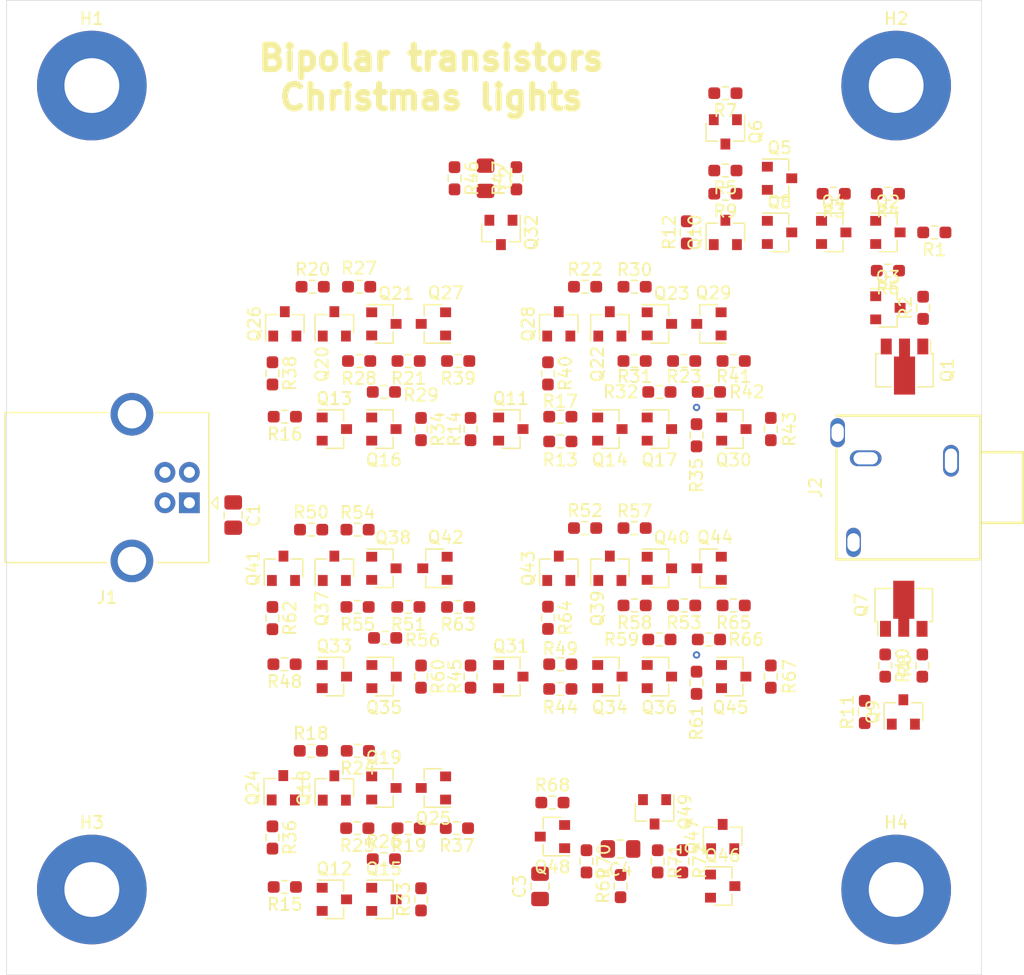
<source format=kicad_pcb>
(kicad_pcb (version 20171130) (host pcbnew 5.99.0+really5.1.10+dfsg1-1)
  (layers (0 F.Cu signal) (31 B.Cu signal) (34 B.Paste user) (35 F.Paste user) (36 B.SilkS user) (37 F.SilkS user) (38 B.Mask user) (39 F.Mask user) (44 Edge.Cuts user))
  (net 0 "")
  (net 1 GND)
  (net 2 +5V)
  (net 3 "Net-(C2-Pad1)")
  (net 4 "Net-(C3-Pad2)")
  (net 5 "Net-(C3-Pad1)")
  (net 6 "Net-(C4-Pad2)")
  (net 7 "Net-(C4-Pad1)")
  (net 8 "Net-(J1-Pad3)")
  (net 9 "Net-(J1-Pad2)")
  (net 10 /Led_Control/LED_1)
  (net 11 /Led_Control/LED_0)
  (net 12 "Net-(Q1-Pad1)")
  (net 13 "Net-(Q2-Pad3)")
  (net 14 "Net-(Q2-Pad1)")
  (net 15 "Net-(Q3-Pad1)")
  (net 16 "Net-(Q4-Pad1)")
  (net 17 "Net-(Q5-Pad2)")
  (net 18 "Net-(Q5-Pad1)")
  (net 19 "Net-(Q6-Pad1)")
  (net 20 "Net-(Q7-Pad1)")
  (net 21 "Net-(Q10-Pad3)")
  (net 22 "Net-(Q9-Pad3)")
  (net 23 "Net-(Q9-Pad1)")
  (net 24 "Net-(Q10-Pad1)")
  (net 25 "Net-(Q11-Pad3)")
  (net 26 "Net-(Q11-Pad1)")
  (net 27 "Net-(Q12-Pad3)")
  (net 28 "Net-(Q12-Pad1)")
  (net 29 "Net-(Q13-Pad3)")
  (net 30 "Net-(Q13-Pad1)")
  (net 31 "Net-(Q14-Pad3)")
  (net 32 "Net-(Q14-Pad1)")
  (net 33 /Ring_Counter/RESET)
  (net 34 "Net-(Q15-Pad1)")
  (net 35 "Net-(Q16-Pad3)")
  (net 36 "Net-(Q16-Pad1)")
  (net 37 /Ring_Counter/LATCH_1_OUT)
  (net 38 "Net-(Q17-Pad1)")
  (net 39 "Net-(Q18-Pad3)")
  (net 40 "Net-(Q18-Pad1)")
  (net 41 "Net-(Q19-Pad3)")
  (net 42 "Net-(Q19-Pad1)")
  (net 43 "Net-(Q20-Pad3)")
  (net 44 "Net-(Q20-Pad1)")
  (net 45 "Net-(Q21-Pad3)")
  (net 46 "Net-(Q21-Pad1)")
  (net 47 "Net-(Q22-Pad3)")
  (net 48 "Net-(Q22-Pad1)")
  (net 49 "Net-(Q23-Pad3)")
  (net 50 "Net-(Q23-Pad1)")
  (net 51 "Net-(Q24-Pad1)")
  (net 52 "Net-(Q25-Pad1)")
  (net 53 "Net-(Q26-Pad1)")
  (net 54 "Net-(Q27-Pad1)")
  (net 55 "Net-(Q28-Pad1)")
  (net 56 "Net-(Q29-Pad1)")
  (net 57 /Led_Control/COUNTER_BIT_0)
  (net 58 "Net-(Q30-Pad1)")
  (net 59 "Net-(Q31-Pad3)")
  (net 60 "Net-(Q31-Pad1)")
  (net 61 "Net-(Q32-Pad1)")
  (net 62 "Net-(Q33-Pad3)")
  (net 63 "Net-(Q33-Pad1)")
  (net 64 "Net-(Q34-Pad3)")
  (net 65 "Net-(Q34-Pad1)")
  (net 66 "Net-(Q35-Pad3)")
  (net 67 "Net-(Q35-Pad1)")
  (net 68 /Ring_Counter/LATCH_2_OUT)
  (net 69 "Net-(Q36-Pad1)")
  (net 70 "Net-(Q37-Pad3)")
  (net 71 "Net-(Q37-Pad1)")
  (net 72 "Net-(Q38-Pad3)")
  (net 73 "Net-(Q38-Pad1)")
  (net 74 "Net-(Q39-Pad3)")
  (net 75 "Net-(Q39-Pad1)")
  (net 76 "Net-(Q40-Pad3)")
  (net 77 "Net-(Q40-Pad1)")
  (net 78 "Net-(Q41-Pad1)")
  (net 79 "Net-(Q42-Pad1)")
  (net 80 "Net-(Q43-Pad1)")
  (net 81 "Net-(Q44-Pad1)")
  (net 82 /Led_Control/COUNTER_BIT_1)
  (net 83 "Net-(Q45-Pad1)")
  (net 84 /Clock/CLK)
  (net 85 "Net-(Q46-Pad1)")
  (module KLBR_4:KLBR_4 (layer F.Cu) (at 149 80 270)
    (fp_text reference J2 (at 0 7.62 270) (layer F.SilkS))
    (fp_text value KLBR_4 hide)
    (pad G thru_hole oval (at -2.4 3.5 270) (size 1.3 2.6) (drill oval 1 2) (layers *.Cu *.Mask) (net 1 GND))
    (pad T thru_hole oval (at 4.5 4.5 270) (size 2.4 1.2) (drill oval 1.5 1) (layers *.Cu *.Mask) (net 10 /Led_Control/LED_1))
    (pad R thru_hole oval (at -4.5 5.8 270) (size 2.4 1.2) (drill oval 1.5 1) (layers *.Cu *.Mask) (net 11 /Led_Control/LED_0))
    (pad S thru_hole oval (at -2.2 -3.5 270) (size 2.6 1.3) (drill oval 2 1) (layers *.Cu *.Mask) (net 1 GND))
  )
  (module MountingHole:MountingHole_4.5mm_Pad (layer F.Cu) (at 148 113)
    (fp_text reference H4 (at 0 -5.5) (layer F.SilkS))
    (fp_text value MountingHole_Pad)
    (pad 1 thru_hole circle (at 0 0) (size 9 9) (drill 4.5) (layers *.Cu *.Mask) (net 1 GND))
  )
  (module MountingHole:MountingHole_4.5mm_Pad (layer F.Cu) (at 82 113)
    (fp_text reference H3 (at 0 -5.5) (layer F.SilkS))
    (fp_text value MountingHole_Pad)
    (pad 1 thru_hole circle (at 0 0) (size 9 9) (drill 4.5) (layers *.Cu *.Mask) (net 1 GND))
  )
  (module MountingHole:MountingHole_4.5mm_Pad (layer F.Cu) (at 148 47)
    (fp_text reference H2 (at 0 -5.5) (layer F.SilkS))
    (fp_text value MountingHole_Pad)
    (pad 1 thru_hole circle (at 0 0) (size 9 9) (drill 4.5) (layers *.Cu *.Mask) (net 1 GND))
  )
  (module MountingHole:MountingHole_4.5mm_Pad (layer F.Cu) (at 82 47)
    (fp_text reference H1 (at 0 -5.5) (layer F.SilkS))
    (fp_text value MountingHole_Pad)
    (pad 1 thru_hole circle (at 0 0) (size 9 9) (drill 4.5) (layers *.Cu *.Mask) (net 1 GND))
  )
  (module Resistor_SMD:R_0603_1608Metric_Pad0.98x0.95mm_HandSolder (layer F.Cu) (at 130.462 110.688 270)
    (fp_text reference R72 (at 0 -1.43 90) (layer F.SilkS))
    (fp_text value 1K hide)
    (pad 2 smd roundrect (at 0.9125 0 270) (size 0.975 0.95) (layers F.Cu F.Paste F.Mask) (net 85 "Net-(Q46-Pad1)"))
    (pad 1 smd roundrect (at -0.9125 0 270) (size 0.975 0.95) (layers F.Cu F.Paste F.Mask) (net 7 "Net-(C4-Pad1)"))
  )
  (module Resistor_SMD:R_0603_1608Metric_Pad0.98x0.95mm_HandSolder (layer F.Cu) (at 128.43 110.688 270)
    (fp_text reference R71 (at 0 -1.43 90) (layer F.SilkS))
    (fp_text value 1K hide)
    (pad 2 smd roundrect (at 0.9125 0 270) (size 0.975 0.95) (layers F.Cu F.Paste F.Mask) (net 2 +5V))
    (pad 1 smd roundrect (at -0.9125 0 270) (size 0.975 0.95) (layers F.Cu F.Paste F.Mask) (net 7 "Net-(C4-Pad1)"))
  )
  (module Resistor_SMD:R_0603_1608Metric_Pad0.98x0.95mm_HandSolder (layer F.Cu) (at 122.588 110.688 270)
    (fp_text reference R70 (at 0 -1.43 90) (layer F.SilkS))
    (fp_text value 150K hide)
    (pad 2 smd roundrect (at 0.9125 0 270) (size 0.975 0.95) (layers F.Cu F.Paste F.Mask) (net 2 +5V))
    (pad 1 smd roundrect (at -0.9125 0 270) (size 0.975 0.95) (layers F.Cu F.Paste F.Mask) (net 6 "Net-(C4-Pad2)"))
  )
  (module Resistor_SMD:R_0603_1608Metric_Pad0.98x0.95mm_HandSolder (layer F.Cu) (at 125.382 112.72 90)
    (fp_text reference R69 (at 0 -1.43 90) (layer F.SilkS))
    (fp_text value 150K hide)
    (pad 2 smd roundrect (at 0.9125 0 90) (size 0.975 0.95) (layers F.Cu F.Paste F.Mask) (net 2 +5V))
    (pad 1 smd roundrect (at -0.9125 0 90) (size 0.975 0.95) (layers F.Cu F.Paste F.Mask) (net 5 "Net-(C3-Pad1)"))
  )
  (module Resistor_SMD:R_0603_1608Metric_Pad0.98x0.95mm_HandSolder (layer F.Cu) (at 119.794 105.862)
    (fp_text reference R68 (at 0 -1.43) (layer F.SilkS))
    (fp_text value 1K hide)
    (pad 2 smd roundrect (at 0.9125 0) (size 0.975 0.95) (layers F.Cu F.Paste F.Mask) (net 2 +5V))
    (pad 1 smd roundrect (at -0.9125 0) (size 0.975 0.95) (layers F.Cu F.Paste F.Mask) (net 4 "Net-(C3-Pad2)"))
  )
  (module Resistor_SMD:R_0603_1608Metric_Pad0.98x0.95mm_HandSolder (layer F.Cu) (at 137.714 95.52 90)
    (fp_text reference R67 (at 0 1.524 90) (layer F.SilkS))
    (fp_text value 1K hide)
    (pad 2 smd roundrect (at 0.9125 0 90) (size 0.975 0.95) (layers F.Cu F.Paste F.Mask) (net 1 GND))
    (pad 1 smd roundrect (at -0.9125 0 90) (size 0.975 0.95) (layers F.Cu F.Paste F.Mask) (net 82 /Led_Control/COUNTER_BIT_1))
  )
  (module Resistor_SMD:R_0603_1608Metric_Pad0.98x0.95mm_HandSolder (layer F.Cu) (at 132.634 92.472 180)
    (fp_text reference R66 (at -3.048 0) (layer F.SilkS))
    (fp_text value 1K hide)
    (pad 2 smd roundrect (at 0.9125 0 180) (size 0.975 0.95) (layers F.Cu F.Paste F.Mask) (net 76 "Net-(Q40-Pad3)"))
    (pad 1 smd roundrect (at -0.9125 0 180) (size 0.975 0.95) (layers F.Cu F.Paste F.Mask) (net 83 "Net-(Q45-Pad1)"))
  )
  (module Resistor_SMD:R_0603_1608Metric_Pad0.98x0.95mm_HandSolder (layer F.Cu) (at 134.666 89.678 180)
    (fp_text reference R65 (at 0 -1.43) (layer F.SilkS))
    (fp_text value 1K hide)
    (pad 2 smd roundrect (at 0.9125 0 180) (size 0.975 0.95) (layers F.Cu F.Paste F.Mask) (net 81 "Net-(Q44-Pad1)"))
    (pad 1 smd roundrect (at -0.9125 0 180) (size 0.975 0.95) (layers F.Cu F.Paste F.Mask) (net 33 /Ring_Counter/RESET))
  )
  (module Resistor_SMD:R_0603_1608Metric_Pad0.98x0.95mm_HandSolder (layer F.Cu) (at 119.426 90.694 270)
    (fp_text reference R64 (at 0 -1.43 90) (layer F.SilkS))
    (fp_text value 1K hide)
    (pad 2 smd roundrect (at 0.9125 0 270) (size 0.975 0.95) (layers F.Cu F.Paste F.Mask) (net 66 "Net-(Q35-Pad3)"))
    (pad 1 smd roundrect (at -0.9125 0 270) (size 0.975 0.95) (layers F.Cu F.Paste F.Mask) (net 80 "Net-(Q43-Pad1)"))
  )
  (module Resistor_SMD:R_0603_1608Metric_Pad0.98x0.95mm_HandSolder (layer F.Cu) (at 112.06 89.805 180)
    (fp_text reference R63 (at 0 -1.43) (layer F.SilkS))
    (fp_text value 1K hide)
    (pad 2 smd roundrect (at 0.9125 0 180) (size 0.975 0.95) (layers F.Cu F.Paste F.Mask) (net 79 "Net-(Q42-Pad1)"))
    (pad 1 smd roundrect (at -0.9125 0 180) (size 0.975 0.95) (layers F.Cu F.Paste F.Mask) (net 33 /Ring_Counter/RESET))
  )
  (module Resistor_SMD:R_0603_1608Metric_Pad0.98x0.95mm_HandSolder (layer F.Cu) (at 96.82 90.7175 270)
    (fp_text reference R62 (at 0 -1.43 90) (layer F.SilkS))
    (fp_text value 1K hide)
    (pad 2 smd roundrect (at 0.9125 0 270) (size 0.975 0.95) (layers F.Cu F.Paste F.Mask) (net 37 /Ring_Counter/LATCH_1_OUT))
    (pad 1 smd roundrect (at -0.9125 0 270) (size 0.975 0.95) (layers F.Cu F.Paste F.Mask) (net 78 "Net-(Q41-Pad1)"))
  )
  (module Resistor_SMD:R_0603_1608Metric_Pad0.98x0.95mm_HandSolder (layer F.Cu) (at 131.618 96.028 90)
    (fp_text reference R61 (at -3.302 0 90) (layer F.SilkS))
    (fp_text value 1K hide)
    (pad 2 smd roundrect (at 0.9125 0 90) (size 0.975 0.95) (layers F.Cu F.Paste F.Mask) (net 1 GND))
    (pad 1 smd roundrect (at -0.9125 0 90) (size 0.975 0.95) (layers F.Cu F.Paste F.Mask) (net 68 /Ring_Counter/LATCH_2_OUT))
  )
  (module Resistor_SMD:R_0603_1608Metric_Pad0.98x0.95mm_HandSolder (layer F.Cu) (at 109.012 95.52 90)
    (fp_text reference R60 (at 0 1.397 90) (layer F.SilkS))
    (fp_text value 1K hide)
    (pad 2 smd roundrect (at 0.9125 0 90) (size 0.975 0.95) (layers F.Cu F.Paste F.Mask) (net 1 GND))
    (pad 1 smd roundrect (at -0.9125 0 90) (size 0.975 0.95) (layers F.Cu F.Paste F.Mask) (net 66 "Net-(Q35-Pad3)"))
  )
  (module Resistor_SMD:R_0603_1608Metric_Pad0.98x0.95mm_HandSolder (layer F.Cu) (at 128.57 92.472)
    (fp_text reference R59 (at -3.1115 0) (layer F.SilkS))
    (fp_text value 1K hide)
    (pad 2 smd roundrect (at 0.9125 0) (size 0.975 0.95) (layers F.Cu F.Paste F.Mask) (net 76 "Net-(Q40-Pad3)"))
    (pad 1 smd roundrect (at -0.9125 0) (size 0.975 0.95) (layers F.Cu F.Paste F.Mask) (net 69 "Net-(Q36-Pad1)"))
  )
  (module Resistor_SMD:R_0603_1608Metric_Pad0.98x0.95mm_HandSolder (layer F.Cu) (at 126.538 89.678 180)
    (fp_text reference R58 (at 0 -1.43) (layer F.SilkS))
    (fp_text value 10K hide)
    (pad 2 smd roundrect (at 0.9125 0 180) (size 0.975 0.95) (layers F.Cu F.Paste F.Mask) (net 75 "Net-(Q39-Pad1)"))
    (pad 1 smd roundrect (at -0.9125 0 180) (size 0.975 0.95) (layers F.Cu F.Paste F.Mask) (net 76 "Net-(Q40-Pad3)"))
  )
  (module Resistor_SMD:R_0603_1608Metric_Pad0.98x0.95mm_HandSolder (layer F.Cu) (at 126.538 83.328 180)
    (fp_text reference R57 (at 0 1.397) (layer F.SilkS))
    (fp_text value 10K hide)
    (pad 2 smd roundrect (at 0.9125 0 180) (size 0.975 0.95) (layers F.Cu F.Paste F.Mask) (net 74 "Net-(Q39-Pad3)"))
    (pad 1 smd roundrect (at -0.9125 0 180) (size 0.975 0.95) (layers F.Cu F.Paste F.Mask) (net 77 "Net-(Q40-Pad1)"))
  )
  (module Resistor_SMD:R_0603_1608Metric_Pad0.98x0.95mm_HandSolder (layer F.Cu) (at 106.0675 92.345)
    (fp_text reference R56 (at 3.0715 0.1905) (layer F.SilkS))
    (fp_text value 1K hide)
    (pad 2 smd roundrect (at 0.9125 0) (size 0.975 0.95) (layers F.Cu F.Paste F.Mask) (net 72 "Net-(Q38-Pad3)"))
    (pad 1 smd roundrect (at -0.9125 0) (size 0.975 0.95) (layers F.Cu F.Paste F.Mask) (net 67 "Net-(Q35-Pad1)"))
  )
  (module Resistor_SMD:R_0603_1608Metric_Pad0.98x0.95mm_HandSolder (layer F.Cu) (at 103.805 89.805 180)
    (fp_text reference R55 (at 0 -1.43) (layer F.SilkS))
    (fp_text value 10K hide)
    (pad 2 smd roundrect (at 0.9125 0 180) (size 0.975 0.95) (layers F.Cu F.Paste F.Mask) (net 71 "Net-(Q37-Pad1)"))
    (pad 1 smd roundrect (at -0.9125 0 180) (size 0.975 0.95) (layers F.Cu F.Paste F.Mask) (net 72 "Net-(Q38-Pad3)"))
  )
  (module Resistor_SMD:R_0603_1608Metric_Pad0.98x0.95mm_HandSolder (layer F.Cu) (at 103.805 83.455 180)
    (fp_text reference R54 (at 0 1.397) (layer F.SilkS))
    (fp_text value 10K hide)
    (pad 2 smd roundrect (at 0.9125 0 180) (size 0.975 0.95) (layers F.Cu F.Paste F.Mask) (net 70 "Net-(Q37-Pad3)"))
    (pad 1 smd roundrect (at -0.9125 0 180) (size 0.975 0.95) (layers F.Cu F.Paste F.Mask) (net 73 "Net-(Q38-Pad1)"))
  )
  (module Resistor_SMD:R_0603_1608Metric_Pad0.98x0.95mm_HandSolder (layer F.Cu) (at 130.602 89.678 180)
    (fp_text reference R53 (at 0 -1.43) (layer F.SilkS))
    (fp_text value 1K hide)
    (pad 2 smd roundrect (at 0.9125 0 180) (size 0.975 0.95) (layers F.Cu F.Paste F.Mask) (net 76 "Net-(Q40-Pad3)"))
    (pad 1 smd roundrect (at -0.9125 0 180) (size 0.975 0.95) (layers F.Cu F.Paste F.Mask) (net 2 +5V))
  )
  (module Resistor_SMD:R_0603_1608Metric_Pad0.98x0.95mm_HandSolder (layer F.Cu) (at 122.474 83.328)
    (fp_text reference R52 (at 0 -1.43) (layer F.SilkS))
    (fp_text value 1K hide)
    (pad 2 smd roundrect (at 0.9125 0) (size 0.975 0.95) (layers F.Cu F.Paste F.Mask) (net 74 "Net-(Q39-Pad3)"))
    (pad 1 smd roundrect (at -0.9125 0) (size 0.975 0.95) (layers F.Cu F.Paste F.Mask) (net 2 +5V))
  )
  (module Resistor_SMD:R_0603_1608Metric_Pad0.98x0.95mm_HandSolder (layer F.Cu) (at 107.9725 89.805 180)
    (fp_text reference R51 (at 0 -1.43) (layer F.SilkS))
    (fp_text value 1K hide)
    (pad 2 smd roundrect (at 0.9125 0 180) (size 0.975 0.95) (layers F.Cu F.Paste F.Mask) (net 72 "Net-(Q38-Pad3)"))
    (pad 1 smd roundrect (at -0.9125 0 180) (size 0.975 0.95) (layers F.Cu F.Paste F.Mask) (net 2 +5V))
  )
  (module Resistor_SMD:R_0603_1608Metric_Pad0.98x0.95mm_HandSolder (layer F.Cu) (at 99.995 83.455)
    (fp_text reference R50 (at 0 -1.43) (layer F.SilkS))
    (fp_text value 1K hide)
    (pad 2 smd roundrect (at 0.9125 0) (size 0.975 0.95) (layers F.Cu F.Paste F.Mask) (net 70 "Net-(Q37-Pad3)"))
    (pad 1 smd roundrect (at -0.9125 0) (size 0.975 0.95) (layers F.Cu F.Paste F.Mask) (net 2 +5V))
  )
  (module Resistor_SMD:R_0603_1608Metric_Pad0.98x0.95mm_HandSolder (layer F.Cu) (at 120.442 94.504 180)
    (fp_text reference R49 (at 0 1.27) (layer F.SilkS))
    (fp_text value 1K hide)
    (pad 2 smd roundrect (at 0.9125 0 180) (size 0.975 0.95) (layers F.Cu F.Paste F.Mask) (net 59 "Net-(Q31-Pad3)"))
    (pad 1 smd roundrect (at -0.9125 0 180) (size 0.975 0.95) (layers F.Cu F.Paste F.Mask) (net 65 "Net-(Q34-Pad1)"))
  )
  (module Resistor_SMD:R_0603_1608Metric_Pad0.98x0.95mm_HandSolder (layer F.Cu) (at 97.8125 94.504 180)
    (fp_text reference R48 (at 0 -1.43) (layer F.SilkS))
    (fp_text value 1K hide)
    (pad 2 smd roundrect (at 0.9125 0 180) (size 0.975 0.95) (layers F.Cu F.Paste F.Mask) (net 84 /Clock/CLK))
    (pad 1 smd roundrect (at -0.9125 0 180) (size 0.975 0.95) (layers F.Cu F.Paste F.Mask) (net 63 "Net-(Q33-Pad1)"))
  )
  (module Resistor_SMD:R_0603_1608Metric_Pad0.98x0.95mm_HandSolder (layer F.Cu) (at 116.84 54.61 90)
    (fp_text reference R47 (at 0 -1.43 90) (layer F.SilkS))
    (fp_text value 1K hide)
    (pad 2 smd roundrect (at 0.9125 0 90) (size 0.975 0.95) (layers F.Cu F.Paste F.Mask) (net 3 "Net-(C2-Pad1)"))
    (pad 1 smd roundrect (at -0.9125 0 90) (size 0.975 0.95) (layers F.Cu F.Paste F.Mask) (net 61 "Net-(Q32-Pad1)"))
  )
  (module Resistor_SMD:R_0603_1608Metric_Pad0.98x0.95mm_HandSolder (layer F.Cu) (at 111.76 54.61 270)
    (fp_text reference R46 (at 0 -1.43 90) (layer F.SilkS))
    (fp_text value 220K hide)
    (pad 2 smd roundrect (at 0.9125 0 270) (size 0.975 0.95) (layers F.Cu F.Paste F.Mask) (net 2 +5V))
    (pad 1 smd roundrect (at -0.9125 0 270) (size 0.975 0.95) (layers F.Cu F.Paste F.Mask) (net 3 "Net-(C2-Pad1)"))
  )
  (module Resistor_SMD:R_0603_1608Metric_Pad0.98x0.95mm_HandSolder (layer F.Cu) (at 113.076 95.52 270)
    (fp_text reference R45 (at 0 1.27 90) (layer F.SilkS))
    (fp_text value 1K hide)
    (pad 2 smd roundrect (at 0.9125 0 270) (size 0.975 0.95) (layers F.Cu F.Paste F.Mask) (net 84 /Clock/CLK))
    (pad 1 smd roundrect (at -0.9125 0 270) (size 0.975 0.95) (layers F.Cu F.Paste F.Mask) (net 60 "Net-(Q31-Pad1)"))
  )
  (module Resistor_SMD:R_0603_1608Metric_Pad0.98x0.95mm_HandSolder (layer F.Cu) (at 120.442 96.536 180)
    (fp_text reference R44 (at 0 -1.524) (layer F.SilkS))
    (fp_text value 1K hide)
    (pad 2 smd roundrect (at 0.9125 0 180) (size 0.975 0.95) (layers F.Cu F.Paste F.Mask) (net 59 "Net-(Q31-Pad3)"))
    (pad 1 smd roundrect (at -0.9125 0 180) (size 0.975 0.95) (layers F.Cu F.Paste F.Mask) (net 2 +5V))
  )
  (module Resistor_SMD:R_0603_1608Metric_Pad0.98x0.95mm_HandSolder (layer F.Cu) (at 137.714 75.2 90)
    (fp_text reference R43 (at 0 1.524 90) (layer F.SilkS))
    (fp_text value 1K hide)
    (pad 2 smd roundrect (at 0.9125 0 90) (size 0.975 0.95) (layers F.Cu F.Paste F.Mask) (net 1 GND))
    (pad 1 smd roundrect (at -0.9125 0 90) (size 0.975 0.95) (layers F.Cu F.Paste F.Mask) (net 57 /Led_Control/COUNTER_BIT_0))
  )
  (module Resistor_SMD:R_0603_1608Metric_Pad0.98x0.95mm_HandSolder (layer F.Cu) (at 132.634 72.152 180)
    (fp_text reference R42 (at -3.1115 0) (layer F.SilkS))
    (fp_text value 1K hide)
    (pad 2 smd roundrect (at 0.9125 0 180) (size 0.975 0.95) (layers F.Cu F.Paste F.Mask) (net 49 "Net-(Q23-Pad3)"))
    (pad 1 smd roundrect (at -0.9125 0 180) (size 0.975 0.95) (layers F.Cu F.Paste F.Mask) (net 58 "Net-(Q30-Pad1)"))
  )
  (module Resistor_SMD:R_0603_1608Metric_Pad0.98x0.95mm_HandSolder (layer F.Cu) (at 134.666 69.612 180)
    (fp_text reference R41 (at 0 -1.27) (layer F.SilkS))
    (fp_text value 1K hide)
    (pad 2 smd roundrect (at 0.9125 0 180) (size 0.975 0.95) (layers F.Cu F.Paste F.Mask) (net 56 "Net-(Q29-Pad1)"))
    (pad 1 smd roundrect (at -0.9125 0 180) (size 0.975 0.95) (layers F.Cu F.Paste F.Mask) (net 33 /Ring_Counter/RESET))
  )
  (module Resistor_SMD:R_0603_1608Metric_Pad0.98x0.95mm_HandSolder (layer F.Cu) (at 119.426 70.628 270)
    (fp_text reference R40 (at 0 -1.43 90) (layer F.SilkS))
    (fp_text value 1K hide)
    (pad 2 smd roundrect (at 0.9125 0 270) (size 0.975 0.95) (layers F.Cu F.Paste F.Mask) (net 35 "Net-(Q16-Pad3)"))
    (pad 1 smd roundrect (at -0.9125 0 270) (size 0.975 0.95) (layers F.Cu F.Paste F.Mask) (net 55 "Net-(Q28-Pad1)"))
  )
  (module Resistor_SMD:R_0603_1608Metric_Pad0.98x0.95mm_HandSolder (layer F.Cu) (at 112.06 69.612 180)
    (fp_text reference R39 (at 0 -1.43) (layer F.SilkS))
    (fp_text value 1K hide)
    (pad 2 smd roundrect (at 0.9125 0 180) (size 0.975 0.95) (layers F.Cu F.Paste F.Mask) (net 54 "Net-(Q27-Pad1)"))
    (pad 1 smd roundrect (at -0.9125 0 180) (size 0.975 0.95) (layers F.Cu F.Paste F.Mask) (net 33 /Ring_Counter/RESET))
  )
  (module Resistor_SMD:R_0603_1608Metric_Pad0.98x0.95mm_HandSolder (layer F.Cu) (at 96.82 70.628 270)
    (fp_text reference R38 (at 0 -1.43 90) (layer F.SilkS))
    (fp_text value 1K hide)
    (pad 2 smd roundrect (at 0.9125 0 270) (size 0.975 0.95) (layers F.Cu F.Paste F.Mask) (net 84 /Clock/CLK))
    (pad 1 smd roundrect (at -0.9125 0 270) (size 0.975 0.95) (layers F.Cu F.Paste F.Mask) (net 53 "Net-(Q26-Pad1)"))
  )
  (module Resistor_SMD:R_0603_1608Metric_Pad0.98x0.95mm_HandSolder (layer F.Cu) (at 111.9565 107.966 180)
    (fp_text reference R37 (at 0 -1.43) (layer F.SilkS))
    (fp_text value 1K hide)
    (pad 2 smd roundrect (at 0.9125 0 180) (size 0.975 0.95) (layers F.Cu F.Paste F.Mask) (net 52 "Net-(Q25-Pad1)"))
    (pad 1 smd roundrect (at -0.9125 0 180) (size 0.975 0.95) (layers F.Cu F.Paste F.Mask) (net 33 /Ring_Counter/RESET))
  )
  (module Resistor_SMD:R_0603_1608Metric_Pad0.98x0.95mm_HandSolder (layer F.Cu) (at 96.82 108.728 270)
    (fp_text reference R36 (at 0 -1.43 90) (layer F.SilkS))
    (fp_text value 1K hide)
    (pad 2 smd roundrect (at 0.9125 0 270) (size 0.975 0.95) (layers F.Cu F.Paste F.Mask) (net 68 /Ring_Counter/LATCH_2_OUT))
    (pad 1 smd roundrect (at -0.9125 0 270) (size 0.975 0.95) (layers F.Cu F.Paste F.Mask) (net 51 "Net-(Q24-Pad1)"))
  )
  (module Resistor_SMD:R_0603_1608Metric_Pad0.98x0.95mm_HandSolder (layer F.Cu) (at 131.618 75.708 90)
    (fp_text reference R35 (at -3.302 0 90) (layer F.SilkS))
    (fp_text value 1K hide)
    (pad 2 smd roundrect (at 0.9125 0 90) (size 0.975 0.95) (layers F.Cu F.Paste F.Mask) (net 1 GND))
    (pad 1 smd roundrect (at -0.9125 0 90) (size 0.975 0.95) (layers F.Cu F.Paste F.Mask) (net 37 /Ring_Counter/LATCH_1_OUT))
  )
  (module Resistor_SMD:R_0603_1608Metric_Pad0.98x0.95mm_HandSolder (layer F.Cu) (at 109.012 75.2 90)
    (fp_text reference R34 (at 0 1.397 90) (layer F.SilkS))
    (fp_text value 1K hide)
    (pad 2 smd roundrect (at 0.9125 0 90) (size 0.975 0.95) (layers F.Cu F.Paste F.Mask) (net 1 GND))
    (pad 1 smd roundrect (at -0.9125 0 90) (size 0.975 0.95) (layers F.Cu F.Paste F.Mask) (net 35 "Net-(Q16-Pad3)"))
  )
  (module Resistor_SMD:R_0603_1608Metric_Pad0.98x0.95mm_HandSolder (layer F.Cu) (at 109.012 113.808 90)
    (fp_text reference R33 (at 0 -1.43 90) (layer F.SilkS))
    (fp_text value 1K hide)
    (pad 2 smd roundrect (at 0.9125 0 90) (size 0.975 0.95) (layers F.Cu F.Paste F.Mask) (net 1 GND))
    (pad 1 smd roundrect (at -0.9125 0 90) (size 0.975 0.95) (layers F.Cu F.Paste F.Mask) (net 33 /Ring_Counter/RESET))
  )
  (module Resistor_SMD:R_0603_1608Metric_Pad0.98x0.95mm_HandSolder (layer F.Cu) (at 128.57 72.152)
    (fp_text reference R32 (at -3.175 0) (layer F.SilkS))
    (fp_text value 1K hide)
    (pad 2 smd roundrect (at 0.9125 0) (size 0.975 0.95) (layers F.Cu F.Paste F.Mask) (net 49 "Net-(Q23-Pad3)"))
    (pad 1 smd roundrect (at -0.9125 0) (size 0.975 0.95) (layers F.Cu F.Paste F.Mask) (net 38 "Net-(Q17-Pad1)"))
  )
  (module Resistor_SMD:R_0603_1608Metric_Pad0.98x0.95mm_HandSolder (layer F.Cu) (at 126.538 69.612 180)
    (fp_text reference R31 (at 0 -1.27) (layer F.SilkS))
    (fp_text value 10K hide)
    (pad 2 smd roundrect (at 0.9125 0 180) (size 0.975 0.95) (layers F.Cu F.Paste F.Mask) (net 48 "Net-(Q22-Pad1)"))
    (pad 1 smd roundrect (at -0.9125 0 180) (size 0.975 0.95) (layers F.Cu F.Paste F.Mask) (net 49 "Net-(Q23-Pad3)"))
  )
  (module Resistor_SMD:R_0603_1608Metric_Pad0.98x0.95mm_HandSolder (layer F.Cu) (at 126.538 63.516 180)
    (fp_text reference R30 (at 0 1.397) (layer F.SilkS))
    (fp_text value 10K hide)
    (pad 2 smd roundrect (at 0.9125 0 180) (size 0.975 0.95) (layers F.Cu F.Paste F.Mask) (net 47 "Net-(Q22-Pad3)"))
    (pad 1 smd roundrect (at -0.9125 0 180) (size 0.975 0.95) (layers F.Cu F.Paste F.Mask) (net 50 "Net-(Q23-Pad1)"))
  )
  (module Resistor_SMD:R_0603_1608Metric_Pad0.98x0.95mm_HandSolder (layer F.Cu) (at 105.964 72.152)
    (fp_text reference R29 (at 3.048 0.254) (layer F.SilkS))
    (fp_text value 1K hide)
    (pad 2 smd roundrect (at 0.9125 0) (size 0.975 0.95) (layers F.Cu F.Paste F.Mask) (net 45 "Net-(Q21-Pad3)"))
    (pad 1 smd roundrect (at -0.9125 0) (size 0.975 0.95) (layers F.Cu F.Paste F.Mask) (net 36 "Net-(Q16-Pad1)"))
  )
  (module Resistor_SMD:R_0603_1608Metric_Pad0.98x0.95mm_HandSolder (layer F.Cu) (at 103.932 69.612 180)
    (fp_text reference R28 (at 0 -1.43) (layer F.SilkS))
    (fp_text value 10K hide)
    (pad 2 smd roundrect (at 0.9125 0 180) (size 0.975 0.95) (layers F.Cu F.Paste F.Mask) (net 44 "Net-(Q20-Pad1)"))
    (pad 1 smd roundrect (at -0.9125 0 180) (size 0.975 0.95) (layers F.Cu F.Paste F.Mask) (net 45 "Net-(Q21-Pad3)"))
  )
  (module Resistor_SMD:R_0603_1608Metric_Pad0.98x0.95mm_HandSolder (layer F.Cu) (at 103.932 63.516 180)
    (fp_text reference R27 (at 0 1.524) (layer F.SilkS))
    (fp_text value 10K hide)
    (pad 2 smd roundrect (at 0.9125 0 180) (size 0.975 0.95) (layers F.Cu F.Paste F.Mask) (net 43 "Net-(Q20-Pad3)"))
    (pad 1 smd roundrect (at -0.9125 0 180) (size 0.975 0.95) (layers F.Cu F.Paste F.Mask) (net 46 "Net-(Q21-Pad1)"))
  )
  (module Resistor_SMD:R_0603_1608Metric_Pad0.98x0.95mm_HandSolder (layer F.Cu) (at 105.964 110.506)
    (fp_text reference R26 (at 0 -1.43) (layer F.SilkS))
    (fp_text value 1K hide)
    (pad 2 smd roundrect (at 0.9125 0) (size 0.975 0.95) (layers F.Cu F.Paste F.Mask) (net 41 "Net-(Q19-Pad3)"))
    (pad 1 smd roundrect (at -0.9125 0) (size 0.975 0.95) (layers F.Cu F.Paste F.Mask) (net 34 "Net-(Q15-Pad1)"))
  )
  (module Resistor_SMD:R_0603_1608Metric_Pad0.98x0.95mm_HandSolder (layer F.Cu) (at 103.7815 107.966 180)
    (fp_text reference R25 (at 0 -1.43) (layer F.SilkS))
    (fp_text value 10K hide)
    (pad 2 smd roundrect (at 0.9125 0 180) (size 0.975 0.95) (layers F.Cu F.Paste F.Mask) (net 40 "Net-(Q18-Pad1)"))
    (pad 1 smd roundrect (at -0.9125 0 180) (size 0.975 0.95) (layers F.Cu F.Paste F.Mask) (net 41 "Net-(Q19-Pad3)"))
  )
  (module Resistor_SMD:R_0603_1608Metric_Pad0.98x0.95mm_HandSolder (layer F.Cu) (at 103.8285 101.616 180)
    (fp_text reference R24 (at 0 -1.43) (layer F.SilkS))
    (fp_text value 10K hide)
    (pad 2 smd roundrect (at 0.9125 0 180) (size 0.975 0.95) (layers F.Cu F.Paste F.Mask) (net 39 "Net-(Q18-Pad3)"))
    (pad 1 smd roundrect (at -0.9125 0 180) (size 0.975 0.95) (layers F.Cu F.Paste F.Mask) (net 42 "Net-(Q19-Pad1)"))
  )
  (module Resistor_SMD:R_0603_1608Metric_Pad0.98x0.95mm_HandSolder (layer F.Cu) (at 130.602 69.612 180)
    (fp_text reference R23 (at 0 -1.27) (layer F.SilkS))
    (fp_text value 1K hide)
    (pad 2 smd roundrect (at 0.9125 0 180) (size 0.975 0.95) (layers F.Cu F.Paste F.Mask) (net 49 "Net-(Q23-Pad3)"))
    (pad 1 smd roundrect (at -0.9125 0 180) (size 0.975 0.95) (layers F.Cu F.Paste F.Mask) (net 2 +5V))
  )
  (module Resistor_SMD:R_0603_1608Metric_Pad0.98x0.95mm_HandSolder (layer F.Cu) (at 122.474 63.516)
    (fp_text reference R22 (at 0 -1.43) (layer F.SilkS))
    (fp_text value 1K hide)
    (pad 2 smd roundrect (at 0.9125 0) (size 0.975 0.95) (layers F.Cu F.Paste F.Mask) (net 47 "Net-(Q22-Pad3)"))
    (pad 1 smd roundrect (at -0.9125 0) (size 0.975 0.95) (layers F.Cu F.Paste F.Mask) (net 2 +5V))
  )
  (module Resistor_SMD:R_0603_1608Metric_Pad0.98x0.95mm_HandSolder (layer F.Cu) (at 107.996 69.612 180)
    (fp_text reference R21 (at 0 -1.43) (layer F.SilkS))
    (fp_text value 1K hide)
    (pad 2 smd roundrect (at 0.9125 0 180) (size 0.975 0.95) (layers F.Cu F.Paste F.Mask) (net 45 "Net-(Q21-Pad3)"))
    (pad 1 smd roundrect (at -0.9125 0 180) (size 0.975 0.95) (layers F.Cu F.Paste F.Mask) (net 2 +5V))
  )
  (module Resistor_SMD:R_0603_1608Metric_Pad0.98x0.95mm_HandSolder (layer F.Cu) (at 100.122 63.516)
    (fp_text reference R20 (at 0 -1.43) (layer F.SilkS))
    (fp_text value 1K hide)
    (pad 2 smd roundrect (at 0.9125 0) (size 0.975 0.95) (layers F.Cu F.Paste F.Mask) (net 43 "Net-(Q20-Pad3)"))
    (pad 1 smd roundrect (at -0.9125 0) (size 0.975 0.95) (layers F.Cu F.Paste F.Mask) (net 2 +5V))
  )
  (module Resistor_SMD:R_0603_1608Metric_Pad0.98x0.95mm_HandSolder (layer F.Cu) (at 107.996 107.966 180)
    (fp_text reference R19 (at 0 -1.43) (layer F.SilkS))
    (fp_text value 1K hide)
    (pad 2 smd roundrect (at 0.9125 0 180) (size 0.975 0.95) (layers F.Cu F.Paste F.Mask) (net 41 "Net-(Q19-Pad3)"))
    (pad 1 smd roundrect (at -0.9125 0 180) (size 0.975 0.95) (layers F.Cu F.Paste F.Mask) (net 2 +5V))
  )
  (module Resistor_SMD:R_0603_1608Metric_Pad0.98x0.95mm_HandSolder (layer F.Cu) (at 99.9715 101.616)
    (fp_text reference R18 (at 0 -1.43) (layer F.SilkS))
    (fp_text value 1K hide)
    (pad 2 smd roundrect (at 0.9125 0) (size 0.975 0.95) (layers F.Cu F.Paste F.Mask) (net 39 "Net-(Q18-Pad3)"))
    (pad 1 smd roundrect (at -0.9125 0) (size 0.975 0.95) (layers F.Cu F.Paste F.Mask) (net 2 +5V))
  )
  (module Resistor_SMD:R_0603_1608Metric_Pad0.98x0.95mm_HandSolder (layer F.Cu) (at 120.442 74.184 180)
    (fp_text reference R17 (at 0 1.27) (layer F.SilkS))
    (fp_text value 1K hide)
    (pad 2 smd roundrect (at 0.9125 0 180) (size 0.975 0.95) (layers F.Cu F.Paste F.Mask) (net 25 "Net-(Q11-Pad3)"))
    (pad 1 smd roundrect (at -0.9125 0 180) (size 0.975 0.95) (layers F.Cu F.Paste F.Mask) (net 32 "Net-(Q14-Pad1)"))
  )
  (module Resistor_SMD:R_0603_1608Metric_Pad0.98x0.95mm_HandSolder (layer F.Cu) (at 97.836 74.184 180)
    (fp_text reference R16 (at 0 -1.43) (layer F.SilkS))
    (fp_text value 1K hide)
    (pad 2 smd roundrect (at 0.9125 0 180) (size 0.975 0.95) (layers F.Cu F.Paste F.Mask) (net 84 /Clock/CLK))
    (pad 1 smd roundrect (at -0.9125 0 180) (size 0.975 0.95) (layers F.Cu F.Paste F.Mask) (net 30 "Net-(Q13-Pad1)"))
  )
  (module Resistor_SMD:R_0603_1608Metric_Pad0.98x0.95mm_HandSolder (layer F.Cu) (at 97.836 112.792 180)
    (fp_text reference R15 (at 0 -1.43) (layer F.SilkS))
    (fp_text value 1K hide)
    (pad 2 smd roundrect (at 0.9125 0 180) (size 0.975 0.95) (layers F.Cu F.Paste F.Mask) (net 84 /Clock/CLK))
    (pad 1 smd roundrect (at -0.9125 0 180) (size 0.975 0.95) (layers F.Cu F.Paste F.Mask) (net 28 "Net-(Q12-Pad1)"))
  )
  (module Resistor_SMD:R_0603_1608Metric_Pad0.98x0.95mm_HandSolder (layer F.Cu) (at 113.076 75.2 270)
    (fp_text reference R14 (at 0 1.3335 90) (layer F.SilkS))
    (fp_text value 1K hide)
    (pad 2 smd roundrect (at 0.9125 0 270) (size 0.975 0.95) (layers F.Cu F.Paste F.Mask) (net 84 /Clock/CLK))
    (pad 1 smd roundrect (at -0.9125 0 270) (size 0.975 0.95) (layers F.Cu F.Paste F.Mask) (net 26 "Net-(Q11-Pad1)"))
  )
  (module Resistor_SMD:R_0603_1608Metric_Pad0.98x0.95mm_HandSolder (layer F.Cu) (at 120.442 76.216 180)
    (fp_text reference R13 (at 0 -1.524) (layer F.SilkS))
    (fp_text value 1K hide)
    (pad 2 smd roundrect (at 0.9125 0 180) (size 0.975 0.95) (layers F.Cu F.Paste F.Mask) (net 25 "Net-(Q11-Pad3)"))
    (pad 1 smd roundrect (at -0.9125 0 180) (size 0.975 0.95) (layers F.Cu F.Paste F.Mask) (net 2 +5V))
  )
  (module Resistor_SMD:R_0603_1608Metric_Pad0.98x0.95mm_HandSolder (layer F.Cu) (at 130.81 59.055 90)
    (fp_text reference R12 (at 0 -1.43 90) (layer F.SilkS))
    (fp_text value 1K hide)
    (pad 2 smd roundrect (at 0.9125 0 90) (size 0.975 0.95) (layers F.Cu F.Paste F.Mask) (net 82 /Led_Control/COUNTER_BIT_1))
    (pad 1 smd roundrect (at -0.9125 0 90) (size 0.975 0.95) (layers F.Cu F.Paste F.Mask) (net 24 "Net-(Q10-Pad1)"))
  )
  (module Resistor_SMD:R_0603_1608Metric_Pad0.98x0.95mm_HandSolder (layer F.Cu) (at 145.415 98.425 90)
    (fp_text reference R11 (at 0 -1.43 90) (layer F.SilkS))
    (fp_text value 1K hide)
    (pad 2 smd roundrect (at 0.9125 0 90) (size 0.975 0.95) (layers F.Cu F.Paste F.Mask) (net 57 /Led_Control/COUNTER_BIT_0))
    (pad 1 smd roundrect (at -0.9125 0 90) (size 0.975 0.95) (layers F.Cu F.Paste F.Mask) (net 23 "Net-(Q9-Pad1)"))
  )
  (module Resistor_SMD:R_0603_1608Metric_Pad0.98x0.95mm_HandSolder (layer F.Cu) (at 147.098 94.615 270)
    (fp_text reference R10 (at 0 -1.43 90) (layer F.SilkS))
    (fp_text value 560 hide)
    (pad 2 smd roundrect (at 0.9125 0 270) (size 0.975 0.95) (layers F.Cu F.Paste F.Mask) (net 22 "Net-(Q9-Pad3)"))
    (pad 1 smd roundrect (at -0.9125 0 270) (size 0.975 0.95) (layers F.Cu F.Paste F.Mask) (net 20 "Net-(Q7-Pad1)"))
  )
  (module Resistor_SMD:R_0603_1608Metric_Pad0.98x0.95mm_HandSolder (layer F.Cu) (at 133.985 55.88 180)
    (fp_text reference R9 (at 0 -1.43) (layer F.SilkS))
    (fp_text value 1K hide)
    (pad 2 smd roundrect (at 0.9125 0 180) (size 0.975 0.95) (layers F.Cu F.Paste F.Mask) (net 21 "Net-(Q10-Pad3)"))
    (pad 1 smd roundrect (at -0.9125 0 180) (size 0.975 0.95) (layers F.Cu F.Paste F.Mask) (net 2 +5V))
  )
  (module Resistor_SMD:R_0603_1608Metric_Pad0.98x0.95mm_HandSolder (layer F.Cu) (at 150.146 94.615 90)
    (fp_text reference R8 (at 0 -1.43 90) (layer F.SilkS))
    (fp_text value 1K hide)
    (pad 2 smd roundrect (at 0.9125 0 90) (size 0.975 0.95) (layers F.Cu F.Paste F.Mask) (net 2 +5V))
    (pad 1 smd roundrect (at -0.9125 0 90) (size 0.975 0.95) (layers F.Cu F.Paste F.Mask) (net 22 "Net-(Q9-Pad3)"))
  )
  (module Resistor_SMD:R_0603_1608Metric_Pad0.98x0.95mm_HandSolder (layer F.Cu) (at 133.985 47.625 180)
    (fp_text reference R7 (at 0 -1.43) (layer F.SilkS))
    (fp_text value 1K hide)
    (pad 2 smd roundrect (at 0.9125 0 180) (size 0.975 0.95) (layers F.Cu F.Paste F.Mask) (net 57 /Led_Control/COUNTER_BIT_0))
    (pad 1 smd roundrect (at -0.9125 0 180) (size 0.975 0.95) (layers F.Cu F.Paste F.Mask) (net 19 "Net-(Q6-Pad1)"))
  )
  (module Resistor_SMD:R_0603_1608Metric_Pad0.98x0.95mm_HandSolder (layer F.Cu) (at 147.32 62.196 180)
    (fp_text reference R6 (at 0 -1.43) (layer F.SilkS))
    (fp_text value 1K hide)
    (pad 2 smd roundrect (at 0.9125 0 180) (size 0.975 0.95) (layers F.Cu F.Paste F.Mask) (net 15 "Net-(Q3-Pad1)"))
    (pad 1 smd roundrect (at -0.9125 0 180) (size 0.975 0.95) (layers F.Cu F.Paste F.Mask) (net 82 /Led_Control/COUNTER_BIT_1))
  )
  (module Resistor_SMD:R_0603_1608Metric_Pad0.98x0.95mm_HandSolder (layer F.Cu) (at 133.985 53.975 180)
    (fp_text reference R5 (at 0 -1.43) (layer F.SilkS))
    (fp_text value 1K hide)
    (pad 2 smd roundrect (at 0.9125 0 180) (size 0.975 0.95) (layers F.Cu F.Paste F.Mask) (net 18 "Net-(Q5-Pad1)"))
    (pad 1 smd roundrect (at -0.9125 0 180) (size 0.975 0.95) (layers F.Cu F.Paste F.Mask) (net 2 +5V))
  )
  (module Resistor_SMD:R_0603_1608Metric_Pad0.98x0.95mm_HandSolder (layer F.Cu) (at 147.32 55.88 180)
    (fp_text reference R4 (at 0 -1.43) (layer F.SilkS))
    (fp_text value 1K hide)
    (pad 2 smd roundrect (at 0.9125 0 180) (size 0.975 0.95) (layers F.Cu F.Paste F.Mask) (net 14 "Net-(Q2-Pad1)"))
    (pad 1 smd roundrect (at -0.9125 0 180) (size 0.975 0.95) (layers F.Cu F.Paste F.Mask) (net 2 +5V))
  )
  (module Resistor_SMD:R_0603_1608Metric_Pad0.98x0.95mm_HandSolder (layer F.Cu) (at 142.875 55.88 180)
    (fp_text reference R3 (at 0 -1.43) (layer F.SilkS))
    (fp_text value 1K hide)
    (pad 2 smd roundrect (at 0.9125 0 180) (size 0.975 0.95) (layers F.Cu F.Paste F.Mask) (net 16 "Net-(Q4-Pad1)"))
    (pad 1 smd roundrect (at -0.9125 0 180) (size 0.975 0.95) (layers F.Cu F.Paste F.Mask) (net 2 +5V))
  )
  (module Resistor_SMD:R_0603_1608Metric_Pad0.98x0.95mm_HandSolder (layer F.Cu) (at 150.209 65.244 90)
    (fp_text reference R2 (at 0 -1.43 90) (layer F.SilkS))
    (fp_text value 560 hide)
    (pad 2 smd roundrect (at 0.9125 0 90) (size 0.975 0.95) (layers F.Cu F.Paste F.Mask) (net 13 "Net-(Q2-Pad3)"))
    (pad 1 smd roundrect (at -0.9125 0 90) (size 0.975 0.95) (layers F.Cu F.Paste F.Mask) (net 12 "Net-(Q1-Pad1)"))
  )
  (module Resistor_SMD:R_0603_1608Metric_Pad0.98x0.95mm_HandSolder (layer F.Cu) (at 151.13 59.055 180)
    (fp_text reference R1 (at 0 -1.43) (layer F.SilkS))
    (fp_text value 1K hide)
    (pad 2 smd roundrect (at 0.9125 0 180) (size 0.975 0.95) (layers F.Cu F.Paste F.Mask) (net 13 "Net-(Q2-Pad3)"))
    (pad 1 smd roundrect (at -0.9125 0 180) (size 0.975 0.95) (layers F.Cu F.Paste F.Mask) (net 2 +5V))
  )
  (module Package_TO_SOT_SMD:SOT-23 (layer F.Cu) (at 128.176 106.624 270)
    (fp_text reference Q49 (at 0 -2.5 90) (layer F.SilkS))
    (fp_text value BC848 hide)
    (pad 3 smd rect (at 1 0 270) (size 0.9 0.8) (layers F.Cu F.Paste F.Mask) (net 7 "Net-(C4-Pad1)"))
    (pad 2 smd rect (at -1 0.95 270) (size 0.9 0.8) (layers F.Cu F.Paste F.Mask) (net 1 GND))
    (pad 1 smd rect (at -1 -0.95 270) (size 0.9 0.8) (layers F.Cu F.Paste F.Mask) (net 5 "Net-(C3-Pad1)"))
  )
  (module Package_TO_SOT_SMD:SOT-23 (layer F.Cu) (at 119.794 108.656 180)
    (fp_text reference Q48 (at 0 -2.5) (layer F.SilkS))
    (fp_text value BC848 hide)
    (pad 3 smd rect (at 1 0 180) (size 0.9 0.8) (layers F.Cu F.Paste F.Mask) (net 4 "Net-(C3-Pad2)"))
    (pad 2 smd rect (at -1 0.95 180) (size 0.9 0.8) (layers F.Cu F.Paste F.Mask) (net 1 GND))
    (pad 1 smd rect (at -1 -0.95 180) (size 0.9 0.8) (layers F.Cu F.Paste F.Mask) (net 6 "Net-(C4-Pad2)"))
  )
  (module Package_TO_SOT_SMD:SOT-23 (layer F.Cu) (at 133.764 108.656 90)
    (fp_text reference Q47 (at 0 -2.5 90) (layer F.SilkS))
    (fp_text value BC848 hide)
    (pad 3 smd rect (at 1 0 90) (size 0.9 0.8) (layers F.Cu F.Paste F.Mask) (net 84 /Clock/CLK))
    (pad 2 smd rect (at -1 0.95 90) (size 0.9 0.8) (layers F.Cu F.Paste F.Mask) (net 1 GND))
    (pad 1 smd rect (at -1 -0.95 90) (size 0.9 0.8) (layers F.Cu F.Paste F.Mask) (net 85 "Net-(Q46-Pad1)"))
  )
  (module Package_TO_SOT_SMD:SOT-23 (layer F.Cu) (at 133.764 112.72)
    (fp_text reference Q46 (at 0 -2.5) (layer F.SilkS))
    (fp_text value BC858 hide)
    (pad 3 smd rect (at 1 0) (size 0.9 0.8) (layers F.Cu F.Paste F.Mask) (net 84 /Clock/CLK))
    (pad 2 smd rect (at -1 0.95) (size 0.9 0.8) (layers F.Cu F.Paste F.Mask) (net 2 +5V))
    (pad 1 smd rect (at -1 -0.95) (size 0.9 0.8) (layers F.Cu F.Paste F.Mask) (net 85 "Net-(Q46-Pad1)"))
  )
  (module Package_TO_SOT_SMD:SOT-23 (layer F.Cu) (at 134.666 95.52)
    (fp_text reference Q45 (at -0.254 2.54) (layer F.SilkS))
    (fp_text value BC858 hide)
    (pad 3 smd rect (at 1 0) (size 0.9 0.8) (layers F.Cu F.Paste F.Mask) (net 82 /Led_Control/COUNTER_BIT_1))
    (pad 2 smd rect (at -1 0.95) (size 0.9 0.8) (layers F.Cu F.Paste F.Mask) (net 2 +5V))
    (pad 1 smd rect (at -1 -0.95) (size 0.9 0.8) (layers F.Cu F.Paste F.Mask) (net 83 "Net-(Q45-Pad1)"))
  )
  (module Package_TO_SOT_SMD:SOT-23 (layer F.Cu) (at 132.65 86.63 180)
    (fp_text reference Q44 (at -0.492 2.54) (layer F.SilkS))
    (fp_text value BC848 hide)
    (pad 3 smd rect (at 1 0 180) (size 0.9 0.8) (layers F.Cu F.Paste F.Mask) (net 77 "Net-(Q40-Pad1)"))
    (pad 2 smd rect (at -1 0.95 180) (size 0.9 0.8) (layers F.Cu F.Paste F.Mask) (net 1 GND))
    (pad 1 smd rect (at -1 -0.95 180) (size 0.9 0.8) (layers F.Cu F.Paste F.Mask) (net 81 "Net-(Q44-Pad1)"))
  )
  (module Package_TO_SOT_SMD:SOT-23 (layer F.Cu) (at 120.315 86.63 90)
    (fp_text reference Q43 (at 0 -2.5 90) (layer F.SilkS))
    (fp_text value BC848 hide)
    (pad 3 smd rect (at 1 0 90) (size 0.9 0.8) (layers F.Cu F.Paste F.Mask) (net 75 "Net-(Q39-Pad1)"))
    (pad 2 smd rect (at -1 0.95 90) (size 0.9 0.8) (layers F.Cu F.Paste F.Mask) (net 1 GND))
    (pad 1 smd rect (at -1 -0.95 90) (size 0.9 0.8) (layers F.Cu F.Paste F.Mask) (net 80 "Net-(Q43-Pad1)"))
  )
  (module Package_TO_SOT_SMD:SOT-23 (layer F.Cu) (at 110.155 86.63 180)
    (fp_text reference Q42 (at -0.889 2.54) (layer F.SilkS))
    (fp_text value BC848 hide)
    (pad 3 smd rect (at 1 0 180) (size 0.9 0.8) (layers F.Cu F.Paste F.Mask) (net 73 "Net-(Q38-Pad1)"))
    (pad 2 smd rect (at -1 0.95 180) (size 0.9 0.8) (layers F.Cu F.Paste F.Mask) (net 1 GND))
    (pad 1 smd rect (at -1 -0.95 180) (size 0.9 0.8) (layers F.Cu F.Paste F.Mask) (net 79 "Net-(Q42-Pad1)"))
  )
  (module Package_TO_SOT_SMD:SOT-23 (layer F.Cu) (at 97.725 86.63 90)
    (fp_text reference Q41 (at 0 -2.5 90) (layer F.SilkS))
    (fp_text value BC848 hide)
    (pad 3 smd rect (at 1 0 90) (size 0.9 0.8) (layers F.Cu F.Paste F.Mask) (net 71 "Net-(Q37-Pad1)"))
    (pad 2 smd rect (at -1 0.95 90) (size 0.9 0.8) (layers F.Cu F.Paste F.Mask) (net 1 GND))
    (pad 1 smd rect (at -1 -0.95 90) (size 0.9 0.8) (layers F.Cu F.Paste F.Mask) (net 78 "Net-(Q41-Pad1)"))
  )
  (module Package_TO_SOT_SMD:SOT-23 (layer F.Cu) (at 128.57 86.63)
    (fp_text reference Q40 (at 1.016 -2.5) (layer F.SilkS))
    (fp_text value BC848 hide)
    (pad 3 smd rect (at 1 0) (size 0.9 0.8) (layers F.Cu F.Paste F.Mask) (net 76 "Net-(Q40-Pad3)"))
    (pad 2 smd rect (at -1 0.95) (size 0.9 0.8) (layers F.Cu F.Paste F.Mask) (net 1 GND))
    (pad 1 smd rect (at -1 -0.95) (size 0.9 0.8) (layers F.Cu F.Paste F.Mask) (net 77 "Net-(Q40-Pad1)"))
  )
  (module Package_TO_SOT_SMD:SOT-23 (layer F.Cu) (at 124.506 86.63 90)
    (fp_text reference Q39 (at -3.302 -1.016 90) (layer F.SilkS))
    (fp_text value BC848 hide)
    (pad 3 smd rect (at 1 0 90) (size 0.9 0.8) (layers F.Cu F.Paste F.Mask) (net 74 "Net-(Q39-Pad3)"))
    (pad 2 smd rect (at -1 0.95 90) (size 0.9 0.8) (layers F.Cu F.Paste F.Mask) (net 1 GND))
    (pad 1 smd rect (at -1 -0.95 90) (size 0.9 0.8) (layers F.Cu F.Paste F.Mask) (net 75 "Net-(Q39-Pad1)"))
  )
  (module Package_TO_SOT_SMD:SOT-23 (layer F.Cu) (at 105.964 86.63)
    (fp_text reference Q38 (at 0.762 -2.5) (layer F.SilkS))
    (fp_text value BC848 hide)
    (pad 3 smd rect (at 1 0) (size 0.9 0.8) (layers F.Cu F.Paste F.Mask) (net 72 "Net-(Q38-Pad3)"))
    (pad 2 smd rect (at -1 0.95) (size 0.9 0.8) (layers F.Cu F.Paste F.Mask) (net 1 GND))
    (pad 1 smd rect (at -1 -0.95) (size 0.9 0.8) (layers F.Cu F.Paste F.Mask) (net 73 "Net-(Q38-Pad1)"))
  )
  (module Package_TO_SOT_SMD:SOT-23 (layer F.Cu) (at 101.9 86.63 90)
    (fp_text reference Q37 (at -3.302 -1.016 90) (layer F.SilkS))
    (fp_text value BC848 hide)
    (pad 3 smd rect (at 1 0 90) (size 0.9 0.8) (layers F.Cu F.Paste F.Mask) (net 70 "Net-(Q37-Pad3)"))
    (pad 2 smd rect (at -1 0.95 90) (size 0.9 0.8) (layers F.Cu F.Paste F.Mask) (net 1 GND))
    (pad 1 smd rect (at -1 -0.95 90) (size 0.9 0.8) (layers F.Cu F.Paste F.Mask) (net 71 "Net-(Q37-Pad1)"))
  )
  (module Package_TO_SOT_SMD:SOT-23 (layer F.Cu) (at 128.57 95.52)
    (fp_text reference Q36 (at 0 2.54) (layer F.SilkS))
    (fp_text value BC858 hide)
    (pad 3 smd rect (at 1 0) (size 0.9 0.8) (layers F.Cu F.Paste F.Mask) (net 68 /Ring_Counter/LATCH_2_OUT))
    (pad 2 smd rect (at -1 0.95) (size 0.9 0.8) (layers F.Cu F.Paste F.Mask) (net 64 "Net-(Q34-Pad3)"))
    (pad 1 smd rect (at -1 -0.95) (size 0.9 0.8) (layers F.Cu F.Paste F.Mask) (net 69 "Net-(Q36-Pad1)"))
  )
  (module Package_TO_SOT_SMD:SOT-23 (layer F.Cu) (at 105.98 95.52)
    (fp_text reference Q35 (at 0 2.54) (layer F.SilkS))
    (fp_text value BC858 hide)
    (pad 3 smd rect (at 1 0) (size 0.9 0.8) (layers F.Cu F.Paste F.Mask) (net 66 "Net-(Q35-Pad3)"))
    (pad 2 smd rect (at -1 0.95) (size 0.9 0.8) (layers F.Cu F.Paste F.Mask) (net 62 "Net-(Q33-Pad3)"))
    (pad 1 smd rect (at -1 -0.95) (size 0.9 0.8) (layers F.Cu F.Paste F.Mask) (net 67 "Net-(Q35-Pad1)"))
  )
  (module Package_TO_SOT_SMD:SOT-23 (layer F.Cu) (at 124.506 95.52)
    (fp_text reference Q34 (at 0 2.54) (layer F.SilkS))
    (fp_text value BC858 hide)
    (pad 3 smd rect (at 1 0) (size 0.9 0.8) (layers F.Cu F.Paste F.Mask) (net 64 "Net-(Q34-Pad3)"))
    (pad 2 smd rect (at -1 0.95) (size 0.9 0.8) (layers F.Cu F.Paste F.Mask) (net 2 +5V))
    (pad 1 smd rect (at -1 -0.95) (size 0.9 0.8) (layers F.Cu F.Paste F.Mask) (net 65 "Net-(Q34-Pad1)"))
  )
  (module Package_TO_SOT_SMD:SOT-23 (layer F.Cu) (at 101.9 95.52)
    (fp_text reference Q33 (at 0 -2.5) (layer F.SilkS))
    (fp_text value BC858 hide)
    (pad 3 smd rect (at 1 0) (size 0.9 0.8) (layers F.Cu F.Paste F.Mask) (net 62 "Net-(Q33-Pad3)"))
    (pad 2 smd rect (at -1 0.95) (size 0.9 0.8) (layers F.Cu F.Paste F.Mask) (net 2 +5V))
    (pad 1 smd rect (at -1 -0.95) (size 0.9 0.8) (layers F.Cu F.Paste F.Mask) (net 63 "Net-(Q33-Pad1)"))
  )
  (module Package_TO_SOT_SMD:SOT-23 (layer F.Cu) (at 115.57 59.055 270)
    (fp_text reference Q32 (at 0 -2.5 90) (layer F.SilkS))
    (fp_text value BC858 hide)
    (pad 3 smd rect (at 1 0 270) (size 0.9 0.8) (layers F.Cu F.Paste F.Mask) (net 33 /Ring_Counter/RESET))
    (pad 2 smd rect (at -1 0.95 270) (size 0.9 0.8) (layers F.Cu F.Paste F.Mask) (net 2 +5V))
    (pad 1 smd rect (at -1 -0.95 270) (size 0.9 0.8) (layers F.Cu F.Paste F.Mask) (net 61 "Net-(Q32-Pad1)"))
  )
  (module Package_TO_SOT_SMD:SOT-23 (layer F.Cu) (at 116.378 95.52)
    (fp_text reference Q31 (at 0 -2.5) (layer F.SilkS))
    (fp_text value BC848 hide)
    (pad 3 smd rect (at 1 0) (size 0.9 0.8) (layers F.Cu F.Paste F.Mask) (net 59 "Net-(Q31-Pad3)"))
    (pad 2 smd rect (at -1 0.95) (size 0.9 0.8) (layers F.Cu F.Paste F.Mask) (net 1 GND))
    (pad 1 smd rect (at -1 -0.95) (size 0.9 0.8) (layers F.Cu F.Paste F.Mask) (net 60 "Net-(Q31-Pad1)"))
  )
  (module Package_TO_SOT_SMD:SOT-23 (layer F.Cu) (at 134.682 75.2)
    (fp_text reference Q30 (at -0.016 2.54) (layer F.SilkS))
    (fp_text value BC858 hide)
    (pad 3 smd rect (at 1 0) (size 0.9 0.8) (layers F.Cu F.Paste F.Mask) (net 57 /Led_Control/COUNTER_BIT_0))
    (pad 2 smd rect (at -1 0.95) (size 0.9 0.8) (layers F.Cu F.Paste F.Mask) (net 2 +5V))
    (pad 1 smd rect (at -1 -0.95) (size 0.9 0.8) (layers F.Cu F.Paste F.Mask) (net 58 "Net-(Q30-Pad1)"))
  )
  (module Package_TO_SOT_SMD:SOT-23 (layer F.Cu) (at 132.634 66.564 180)
    (fp_text reference Q29 (at -0.381 2.54) (layer F.SilkS))
    (fp_text value BC848 hide)
    (pad 3 smd rect (at 1 0 180) (size 0.9 0.8) (layers F.Cu F.Paste F.Mask) (net 50 "Net-(Q23-Pad1)"))
    (pad 2 smd rect (at -1 0.95 180) (size 0.9 0.8) (layers F.Cu F.Paste F.Mask) (net 1 GND))
    (pad 1 smd rect (at -1 -0.95 180) (size 0.9 0.8) (layers F.Cu F.Paste F.Mask) (net 56 "Net-(Q29-Pad1)"))
  )
  (module Package_TO_SOT_SMD:SOT-23 (layer F.Cu) (at 120.315 66.564 90)
    (fp_text reference Q28 (at 0 -2.5 90) (layer F.SilkS))
    (fp_text value BC848 hide)
    (pad 3 smd rect (at 1 0 90) (size 0.9 0.8) (layers F.Cu F.Paste F.Mask) (net 48 "Net-(Q22-Pad1)"))
    (pad 2 smd rect (at -1 0.95 90) (size 0.9 0.8) (layers F.Cu F.Paste F.Mask) (net 1 GND))
    (pad 1 smd rect (at -1 -0.95 90) (size 0.9 0.8) (layers F.Cu F.Paste F.Mask) (net 55 "Net-(Q28-Pad1)"))
  )
  (module Package_TO_SOT_SMD:SOT-23 (layer F.Cu) (at 110.028 66.564 180)
    (fp_text reference Q27 (at -1.016 2.54) (layer F.SilkS))
    (fp_text value BC848 hide)
    (pad 3 smd rect (at 1 0 180) (size 0.9 0.8) (layers F.Cu F.Paste F.Mask) (net 46 "Net-(Q21-Pad1)"))
    (pad 2 smd rect (at -1 0.95 180) (size 0.9 0.8) (layers F.Cu F.Paste F.Mask) (net 1 GND))
    (pad 1 smd rect (at -1 -0.95 180) (size 0.9 0.8) (layers F.Cu F.Paste F.Mask) (net 54 "Net-(Q27-Pad1)"))
  )
  (module Package_TO_SOT_SMD:SOT-23 (layer F.Cu) (at 97.836 66.564 90)
    (fp_text reference Q26 (at 0 -2.5 90) (layer F.SilkS))
    (fp_text value BC848 hide)
    (pad 3 smd rect (at 1 0 90) (size 0.9 0.8) (layers F.Cu F.Paste F.Mask) (net 44 "Net-(Q20-Pad1)"))
    (pad 2 smd rect (at -1 0.95 90) (size 0.9 0.8) (layers F.Cu F.Paste F.Mask) (net 1 GND))
    (pad 1 smd rect (at -1 -0.95 90) (size 0.9 0.8) (layers F.Cu F.Paste F.Mask) (net 53 "Net-(Q26-Pad1)"))
  )
  (module Package_TO_SOT_SMD:SOT-23 (layer F.Cu) (at 110.028 104.664 180)
    (fp_text reference Q25 (at 0 -2.5) (layer F.SilkS))
    (fp_text value BC848 hide)
    (pad 3 smd rect (at 1 0 180) (size 0.9 0.8) (layers F.Cu F.Paste F.Mask) (net 42 "Net-(Q19-Pad1)"))
    (pad 2 smd rect (at -1 0.95 180) (size 0.9 0.8) (layers F.Cu F.Paste F.Mask) (net 1 GND))
    (pad 1 smd rect (at -1 -0.95 180) (size 0.9 0.8) (layers F.Cu F.Paste F.Mask) (net 52 "Net-(Q25-Pad1)"))
  )
  (module Package_TO_SOT_SMD:SOT-23 (layer F.Cu) (at 97.709 104.648 90)
    (fp_text reference Q24 (at 0 -2.5 90) (layer F.SilkS))
    (fp_text value BC848 hide)
    (pad 3 smd rect (at 1 0 90) (size 0.9 0.8) (layers F.Cu F.Paste F.Mask) (net 40 "Net-(Q18-Pad1)"))
    (pad 2 smd rect (at -1 0.95 90) (size 0.9 0.8) (layers F.Cu F.Paste F.Mask) (net 1 GND))
    (pad 1 smd rect (at -1 -0.95 90) (size 0.9 0.8) (layers F.Cu F.Paste F.Mask) (net 51 "Net-(Q24-Pad1)"))
  )
  (module Package_TO_SOT_SMD:SOT-23 (layer F.Cu) (at 128.57 66.564)
    (fp_text reference Q23 (at 1.016 -2.5) (layer F.SilkS))
    (fp_text value BC848 hide)
    (pad 3 smd rect (at 1 0) (size 0.9 0.8) (layers F.Cu F.Paste F.Mask) (net 49 "Net-(Q23-Pad3)"))
    (pad 2 smd rect (at -1 0.95) (size 0.9 0.8) (layers F.Cu F.Paste F.Mask) (net 1 GND))
    (pad 1 smd rect (at -1 -0.95) (size 0.9 0.8) (layers F.Cu F.Paste F.Mask) (net 50 "Net-(Q23-Pad1)"))
  )
  (module Package_TO_SOT_SMD:SOT-23 (layer F.Cu) (at 124.506 66.564 90)
    (fp_text reference Q22 (at -3.302 -1.016 90) (layer F.SilkS))
    (fp_text value BC848 hide)
    (pad 3 smd rect (at 1 0 90) (size 0.9 0.8) (layers F.Cu F.Paste F.Mask) (net 47 "Net-(Q22-Pad3)"))
    (pad 2 smd rect (at -1 0.95 90) (size 0.9 0.8) (layers F.Cu F.Paste F.Mask) (net 1 GND))
    (pad 1 smd rect (at -1 -0.95 90) (size 0.9 0.8) (layers F.Cu F.Paste F.Mask) (net 48 "Net-(Q22-Pad1)"))
  )
  (module Package_TO_SOT_SMD:SOT-23 (layer F.Cu) (at 105.964 66.564)
    (fp_text reference Q21 (at 1.016 -2.5) (layer F.SilkS))
    (fp_text value BC848 hide)
    (pad 3 smd rect (at 1 0) (size 0.9 0.8) (layers F.Cu F.Paste F.Mask) (net 45 "Net-(Q21-Pad3)"))
    (pad 2 smd rect (at -1 0.95) (size 0.9 0.8) (layers F.Cu F.Paste F.Mask) (net 1 GND))
    (pad 1 smd rect (at -1 -0.95) (size 0.9 0.8) (layers F.Cu F.Paste F.Mask) (net 46 "Net-(Q21-Pad1)"))
  )
  (module Package_TO_SOT_SMD:SOT-23 (layer F.Cu) (at 101.9 66.564 90)
    (fp_text reference Q20 (at -3.302 -1.016 90) (layer F.SilkS))
    (fp_text value BC848 hide)
    (pad 3 smd rect (at 1 0 90) (size 0.9 0.8) (layers F.Cu F.Paste F.Mask) (net 43 "Net-(Q20-Pad3)"))
    (pad 2 smd rect (at -1 0.95 90) (size 0.9 0.8) (layers F.Cu F.Paste F.Mask) (net 1 GND))
    (pad 1 smd rect (at -1 -0.95 90) (size 0.9 0.8) (layers F.Cu F.Paste F.Mask) (net 44 "Net-(Q20-Pad1)"))
  )
  (module Package_TO_SOT_SMD:SOT-23 (layer F.Cu) (at 105.964 104.664)
    (fp_text reference Q19 (at 0 -2.5) (layer F.SilkS))
    (fp_text value BC848 hide)
    (pad 3 smd rect (at 1 0) (size 0.9 0.8) (layers F.Cu F.Paste F.Mask) (net 41 "Net-(Q19-Pad3)"))
    (pad 2 smd rect (at -1 0.95) (size 0.9 0.8) (layers F.Cu F.Paste F.Mask) (net 1 GND))
    (pad 1 smd rect (at -1 -0.95) (size 0.9 0.8) (layers F.Cu F.Paste F.Mask) (net 42 "Net-(Q19-Pad1)"))
  )
  (module Package_TO_SOT_SMD:SOT-23 (layer F.Cu) (at 101.9 104.664 90)
    (fp_text reference Q18 (at 0 -2.5 90) (layer F.SilkS))
    (fp_text value BC848 hide)
    (pad 3 smd rect (at 1 0 90) (size 0.9 0.8) (layers F.Cu F.Paste F.Mask) (net 39 "Net-(Q18-Pad3)"))
    (pad 2 smd rect (at -1 0.95 90) (size 0.9 0.8) (layers F.Cu F.Paste F.Mask) (net 1 GND))
    (pad 1 smd rect (at -1 -0.95 90) (size 0.9 0.8) (layers F.Cu F.Paste F.Mask) (net 40 "Net-(Q18-Pad1)"))
  )
  (module Package_TO_SOT_SMD:SOT-23 (layer F.Cu) (at 128.57 75.2)
    (fp_text reference Q17 (at 0 2.54) (layer F.SilkS))
    (fp_text value BC858 hide)
    (pad 3 smd rect (at 1 0) (size 0.9 0.8) (layers F.Cu F.Paste F.Mask) (net 37 /Ring_Counter/LATCH_1_OUT))
    (pad 2 smd rect (at -1 0.95) (size 0.9 0.8) (layers F.Cu F.Paste F.Mask) (net 31 "Net-(Q14-Pad3)"))
    (pad 1 smd rect (at -1 -0.95) (size 0.9 0.8) (layers F.Cu F.Paste F.Mask) (net 38 "Net-(Q17-Pad1)"))
  )
  (module Package_TO_SOT_SMD:SOT-23 (layer F.Cu) (at 105.964 75.2)
    (fp_text reference Q16 (at 0 2.54) (layer F.SilkS))
    (fp_text value BC858 hide)
    (pad 3 smd rect (at 1 0) (size 0.9 0.8) (layers F.Cu F.Paste F.Mask) (net 35 "Net-(Q16-Pad3)"))
    (pad 2 smd rect (at -1 0.95) (size 0.9 0.8) (layers F.Cu F.Paste F.Mask) (net 29 "Net-(Q13-Pad3)"))
    (pad 1 smd rect (at -1 -0.95) (size 0.9 0.8) (layers F.Cu F.Paste F.Mask) (net 36 "Net-(Q16-Pad1)"))
  )
  (module Package_TO_SOT_SMD:SOT-23 (layer F.Cu) (at 105.964 113.808)
    (fp_text reference Q15 (at 0 -2.5) (layer F.SilkS))
    (fp_text value BC858 hide)
    (pad 3 smd rect (at 1 0) (size 0.9 0.8) (layers F.Cu F.Paste F.Mask) (net 33 /Ring_Counter/RESET))
    (pad 2 smd rect (at -1 0.95) (size 0.9 0.8) (layers F.Cu F.Paste F.Mask) (net 27 "Net-(Q12-Pad3)"))
    (pad 1 smd rect (at -1 -0.95) (size 0.9 0.8) (layers F.Cu F.Paste F.Mask) (net 34 "Net-(Q15-Pad1)"))
  )
  (module Package_TO_SOT_SMD:SOT-23 (layer F.Cu) (at 124.506 75.2)
    (fp_text reference Q14 (at 0 2.54) (layer F.SilkS))
    (fp_text value BC858 hide)
    (pad 3 smd rect (at 1 0) (size 0.9 0.8) (layers F.Cu F.Paste F.Mask) (net 31 "Net-(Q14-Pad3)"))
    (pad 2 smd rect (at -1 0.95) (size 0.9 0.8) (layers F.Cu F.Paste F.Mask) (net 2 +5V))
    (pad 1 smd rect (at -1 -0.95) (size 0.9 0.8) (layers F.Cu F.Paste F.Mask) (net 32 "Net-(Q14-Pad1)"))
  )
  (module Package_TO_SOT_SMD:SOT-23 (layer F.Cu) (at 101.9 75.2)
    (fp_text reference Q13 (at 0 -2.5) (layer F.SilkS))
    (fp_text value BC858 hide)
    (pad 3 smd rect (at 1 0) (size 0.9 0.8) (layers F.Cu F.Paste F.Mask) (net 29 "Net-(Q13-Pad3)"))
    (pad 2 smd rect (at -1 0.95) (size 0.9 0.8) (layers F.Cu F.Paste F.Mask) (net 2 +5V))
    (pad 1 smd rect (at -1 -0.95) (size 0.9 0.8) (layers F.Cu F.Paste F.Mask) (net 30 "Net-(Q13-Pad1)"))
  )
  (module Package_TO_SOT_SMD:SOT-23 (layer F.Cu) (at 101.9 113.808)
    (fp_text reference Q12 (at 0 -2.5) (layer F.SilkS))
    (fp_text value BC858 hide)
    (pad 3 smd rect (at 1 0) (size 0.9 0.8) (layers F.Cu F.Paste F.Mask) (net 27 "Net-(Q12-Pad3)"))
    (pad 2 smd rect (at -1 0.95) (size 0.9 0.8) (layers F.Cu F.Paste F.Mask) (net 2 +5V))
    (pad 1 smd rect (at -1 -0.95) (size 0.9 0.8) (layers F.Cu F.Paste F.Mask) (net 28 "Net-(Q12-Pad1)"))
  )
  (module Package_TO_SOT_SMD:SOT-23 (layer F.Cu) (at 116.378 75.2)
    (fp_text reference Q11 (at 0 -2.5) (layer F.SilkS))
    (fp_text value BC848 hide)
    (pad 3 smd rect (at 1 0) (size 0.9 0.8) (layers F.Cu F.Paste F.Mask) (net 25 "Net-(Q11-Pad3)"))
    (pad 2 smd rect (at -1 0.95) (size 0.9 0.8) (layers F.Cu F.Paste F.Mask) (net 1 GND))
    (pad 1 smd rect (at -1 -0.95) (size 0.9 0.8) (layers F.Cu F.Paste F.Mask) (net 26 "Net-(Q11-Pad1)"))
  )
  (module Package_TO_SOT_SMD:SOT-23 (layer F.Cu) (at 133.985 59.055 90)
    (fp_text reference Q10 (at 0 -2.5 90) (layer F.SilkS))
    (fp_text value BC848 hide)
    (pad 3 smd rect (at 1 0 90) (size 0.9 0.8) (layers F.Cu F.Paste F.Mask) (net 21 "Net-(Q10-Pad3)"))
    (pad 2 smd rect (at -1 0.95 90) (size 0.9 0.8) (layers F.Cu F.Paste F.Mask) (net 1 GND))
    (pad 1 smd rect (at -1 -0.95 90) (size 0.9 0.8) (layers F.Cu F.Paste F.Mask) (net 24 "Net-(Q10-Pad1)"))
  )
  (module Package_TO_SOT_SMD:SOT-23 (layer F.Cu) (at 148.59 98.425 90)
    (fp_text reference Q9 (at 0 -2.5 90) (layer F.SilkS))
    (fp_text value BC848 hide)
    (pad 3 smd rect (at 1 0 90) (size 0.9 0.8) (layers F.Cu F.Paste F.Mask) (net 22 "Net-(Q9-Pad3)"))
    (pad 2 smd rect (at -1 0.95 90) (size 0.9 0.8) (layers F.Cu F.Paste F.Mask) (net 1 GND))
    (pad 1 smd rect (at -1 -0.95 90) (size 0.9 0.8) (layers F.Cu F.Paste F.Mask) (net 23 "Net-(Q9-Pad1)"))
  )
  (module Package_TO_SOT_SMD:SOT-23 (layer F.Cu) (at 138.43 59.055)
    (fp_text reference Q8 (at 0 -2.5) (layer F.SilkS))
    (fp_text value BC848 hide)
    (pad 3 smd rect (at 1 0) (size 0.9 0.8) (layers F.Cu F.Paste F.Mask) (net 17 "Net-(Q5-Pad2)"))
    (pad 2 smd rect (at -1 0.95) (size 0.9 0.8) (layers F.Cu F.Paste F.Mask) (net 1 GND))
    (pad 1 smd rect (at -1 -0.95) (size 0.9 0.8) (layers F.Cu F.Paste F.Mask) (net 21 "Net-(Q10-Pad3)"))
  )
  (module Package_TO_SOT_SMD:SOT-89-3 (layer F.Cu) (at 148.622 89.95 90)
    (fp_text reference Q7 (at 0.3 -3.5 90) (layer F.SilkS))
    (fp_text value BCX51 hide)
    (pad 2 smd custom (at -1.5625 0 90) (size 1.475 0.9) (layers F.Cu F.Paste F.Mask) (net 10 /Led_Control/LED_1) (options (clearance outline) (anchor rect)) (primitives (gr_poly (pts (xy 0.7375 -0.8665) (xy 3.8625 -0.8665) (xy 3.8625 0.8665) (xy 0.7375 0.8665)) (width 0))))
    (pad 3 smd rect (at -1.65 1.5 90) (size 1.3 0.9) (layers F.Cu F.Paste F.Mask) (net 2 +5V))
    (pad 1 smd rect (at -1.65 -1.5 90) (size 1.3 0.9) (layers F.Cu F.Paste F.Mask) (net 20 "Net-(Q7-Pad1)"))
  )
  (module Package_TO_SOT_SMD:SOT-23 (layer F.Cu) (at 133.985 50.8 270)
    (fp_text reference Q6 (at 0 -2.5 90) (layer F.SilkS))
    (fp_text value BC848 hide)
    (pad 3 smd rect (at 1 0 270) (size 0.9 0.8) (layers F.Cu F.Paste F.Mask) (net 18 "Net-(Q5-Pad1)"))
    (pad 2 smd rect (at -1 0.95 270) (size 0.9 0.8) (layers F.Cu F.Paste F.Mask) (net 1 GND))
    (pad 1 smd rect (at -1 -0.95 270) (size 0.9 0.8) (layers F.Cu F.Paste F.Mask) (net 19 "Net-(Q6-Pad1)"))
  )
  (module Package_TO_SOT_SMD:SOT-23 (layer F.Cu) (at 138.43 54.61)
    (fp_text reference Q5 (at 0 -2.5) (layer F.SilkS))
    (fp_text value BC848 hide)
    (pad 3 smd rect (at 1 0) (size 0.9 0.8) (layers F.Cu F.Paste F.Mask) (net 16 "Net-(Q4-Pad1)"))
    (pad 2 smd rect (at -1 0.95) (size 0.9 0.8) (layers F.Cu F.Paste F.Mask) (net 17 "Net-(Q5-Pad2)"))
    (pad 1 smd rect (at -1 -0.95) (size 0.9 0.8) (layers F.Cu F.Paste F.Mask) (net 18 "Net-(Q5-Pad1)"))
  )
  (module Package_TO_SOT_SMD:SOT-23 (layer F.Cu) (at 142.875 59.055)
    (fp_text reference Q4 (at 0 -2.5) (layer F.SilkS))
    (fp_text value BC848 hide)
    (pad 3 smd rect (at 1 0) (size 0.9 0.8) (layers F.Cu F.Paste F.Mask) (net 14 "Net-(Q2-Pad1)"))
    (pad 2 smd rect (at -1 0.95) (size 0.9 0.8) (layers F.Cu F.Paste F.Mask) (net 1 GND))
    (pad 1 smd rect (at -1 -0.95) (size 0.9 0.8) (layers F.Cu F.Paste F.Mask) (net 16 "Net-(Q4-Pad1)"))
  )
  (module Package_TO_SOT_SMD:SOT-23 (layer F.Cu) (at 147.32 65.244)
    (fp_text reference Q3 (at 0 -2.5) (layer F.SilkS))
    (fp_text value BC848 hide)
    (pad 3 smd rect (at 1 0) (size 0.9 0.8) (layers F.Cu F.Paste F.Mask) (net 13 "Net-(Q2-Pad3)"))
    (pad 2 smd rect (at -1 0.95) (size 0.9 0.8) (layers F.Cu F.Paste F.Mask) (net 1 GND))
    (pad 1 smd rect (at -1 -0.95) (size 0.9 0.8) (layers F.Cu F.Paste F.Mask) (net 15 "Net-(Q3-Pad1)"))
  )
  (module Package_TO_SOT_SMD:SOT-23 (layer F.Cu) (at 147.32 59.055)
    (fp_text reference Q2 (at 0 -2.5) (layer F.SilkS))
    (fp_text value BC848 hide)
    (pad 3 smd rect (at 1 0) (size 0.9 0.8) (layers F.Cu F.Paste F.Mask) (net 13 "Net-(Q2-Pad3)"))
    (pad 2 smd rect (at -1 0.95) (size 0.9 0.8) (layers F.Cu F.Paste F.Mask) (net 1 GND))
    (pad 1 smd rect (at -1 -0.95) (size 0.9 0.8) (layers F.Cu F.Paste F.Mask) (net 14 "Net-(Q2-Pad1)"))
  )
  (module Package_TO_SOT_SMD:SOT-89-3 (layer F.Cu) (at 148.685 70.07 270)
    (fp_text reference Q1 (at 0.3 -3.5 90) (layer F.SilkS))
    (fp_text value BCX51 hide)
    (pad 2 smd custom (at -1.5625 0 270) (size 1.475 0.9) (layers F.Cu F.Paste F.Mask) (net 11 /Led_Control/LED_0) (options (clearance outline) (anchor rect)) (primitives (gr_poly (pts (xy 0.7375 -0.8665) (xy 3.8625 -0.8665) (xy 3.8625 0.8665) (xy 0.7375 0.8665)) (width 0))))
    (pad 3 smd rect (at -1.65 1.5 270) (size 1.3 0.9) (layers F.Cu F.Paste F.Mask) (net 2 +5V))
    (pad 1 smd rect (at -1.65 -1.5 270) (size 1.3 0.9) (layers F.Cu F.Paste F.Mask) (net 12 "Net-(Q1-Pad1)"))
  )
  (module Connector_USB:USB_B_OST_USB-B1HSxx_Horizontal (layer F.Cu) (at 90 81.254 180)
    (fp_text reference J1 (at 6.76 -7.77) (layer F.SilkS))
    (fp_text value 2411_06 hide)
    (pad 5 thru_hole circle (at 4.71 7.27 180) (size 3.5 3.5) (drill 2.33) (layers *.Cu *.Mask) (net 1 GND))
    (pad 5 thru_hole circle (at 4.71 -4.77 180) (size 3.5 3.5) (drill 2.33) (layers *.Cu *.Mask) (net 1 GND))
    (pad 4 thru_hole circle (at 2 0 180) (size 1.7 1.7) (drill 0.92) (layers *.Cu *.Mask) (net 1 GND))
    (pad 3 thru_hole circle (at 2 2.5 180) (size 1.7 1.7) (drill 0.92) (layers *.Cu *.Mask) (net 8 "Net-(J1-Pad3)"))
    (pad 2 thru_hole circle (at 0 2.5 180) (size 1.7 1.7) (drill 0.92) (layers *.Cu *.Mask) (net 9 "Net-(J1-Pad2)"))
    (pad 1 thru_hole rect (at 0 0 180) (size 1.7 1.7) (drill 0.92) (layers *.Cu *.Mask) (net 2 +5V))
  )
  (module Capacitor_SMD:C_0805_2012Metric_Pad1.18x1.45mm_HandSolder (layer F.Cu) (at 125.382 109.672 180)
    (fp_text reference C4 (at 0 -1.68) (layer F.SilkS))
    (fp_text value 4.7u hide)
    (pad 2 smd roundrect (at 1.0375 0 180) (size 1.175 1.45) (layers F.Cu F.Paste F.Mask) (roundrect_rratio 0.212766) (net 6 "Net-(C4-Pad2)"))
    (pad 1 smd roundrect (at -1.0375 0 180) (size 1.175 1.45) (layers F.Cu F.Paste F.Mask) (roundrect_rratio 0.212766) (net 7 "Net-(C4-Pad1)"))
  )
  (module Capacitor_SMD:C_0805_2012Metric_Pad1.18x1.45mm_HandSolder (layer F.Cu) (at 118.778 112.7415 90)
    (fp_text reference C3 (at 0 -1.68 90) (layer F.SilkS))
    (fp_text value 4.7u hide)
    (pad 2 smd roundrect (at 1.0375 0 90) (size 1.175 1.45) (layers F.Cu F.Paste F.Mask) (roundrect_rratio 0.212766) (net 4 "Net-(C3-Pad2)"))
    (pad 1 smd roundrect (at -1.0375 0 90) (size 1.175 1.45) (layers F.Cu F.Paste F.Mask) (roundrect_rratio 0.212766) (net 5 "Net-(C3-Pad1)"))
  )
  (module Capacitor_SMD:C_0805_2012Metric_Pad1.18x1.45mm_HandSolder (layer F.Cu) (at 114.3 54.61 270)
    (fp_text reference C2 (at 0 -1.68 90) (layer F.SilkS))
    (fp_text value 4.7u hide)
    (pad 2 smd roundrect (at 1.0375 0 270) (size 1.175 1.45) (layers F.Cu F.Paste F.Mask) (roundrect_rratio 0.212766) (net 1 GND))
    (pad 1 smd roundrect (at -1.0375 0 270) (size 1.175 1.45) (layers F.Cu F.Paste F.Mask) (roundrect_rratio 0.212766) (net 3 "Net-(C2-Pad1)"))
  )
  (module Capacitor_SMD:C_0805_2012Metric_Pad1.18x1.45mm_HandSolder (layer F.Cu) (at 93.6 82.2595 270)
    (fp_text reference C1 (at 0 -1.68 90) (layer F.SilkS))
    (fp_text value 4.7u hide)
    (pad 2 smd roundrect (at 1.0375 0 270) (size 1.175 1.45) (layers F.Cu F.Paste F.Mask) (roundrect_rratio 0.212766) (net 1 GND))
    (pad 1 smd roundrect (at -1.0375 0 270) (size 1.175 1.45) (layers F.Cu F.Paste F.Mask) (roundrect_rratio 0.212766) (net 2 +5V))
  )
  (gr_text "Bipolar transistors\nChristmas lights" (at 109.855 46.355) (layer F.SilkS) (effects (font (size 2 2) (thickness 0.5))))
  (gr_line (start 75 120) (end 75 40) (layer Edge.Cuts) (width 0.05))
  (gr_line (start 155 120) (end 75 120) (layer Edge.Cuts) (width 0.05))
  (gr_line (start 155 40) (end 155 120) (layer Edge.Cuts) (width 0.05))
  (gr_line (start 75 40) (end 155 40) (layer Edge.Cuts) (width 0.05))
  (via (at 131.618 93.742) (size 0.6) (drill 0.3) (layers F.Cu B.Cu) (net 1))
  (via (at 131.618 73.422) (size 0.6) (drill 0.3) (layers F.Cu B.Cu) (net 1))
)
</source>
